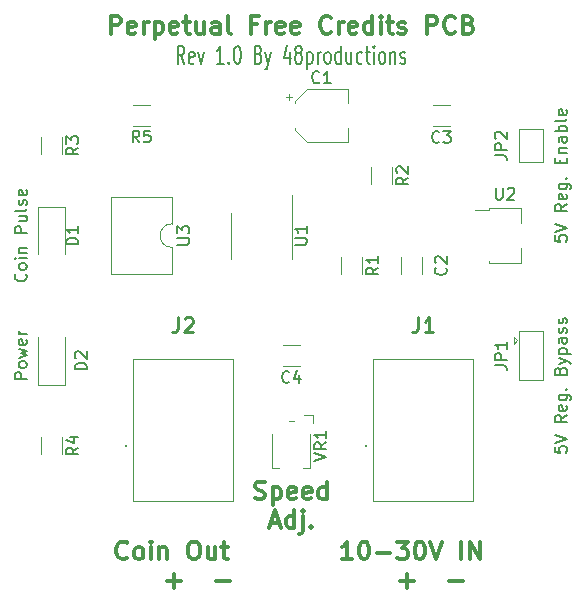
<source format=gto>
G04 #@! TF.GenerationSoftware,KiCad,Pcbnew,(6.0.6)*
G04 #@! TF.CreationDate,2023-01-14T11:23:39-07:00*
G04 #@! TF.ProjectId,PFCBoard,50464342-6f61-4726-942e-6b696361645f,rev?*
G04 #@! TF.SameCoordinates,Original*
G04 #@! TF.FileFunction,Legend,Top*
G04 #@! TF.FilePolarity,Positive*
%FSLAX46Y46*%
G04 Gerber Fmt 4.6, Leading zero omitted, Abs format (unit mm)*
G04 Created by KiCad (PCBNEW (6.0.6)) date 2023-01-14 11:23:39*
%MOMM*%
%LPD*%
G01*
G04 APERTURE LIST*
%ADD10C,0.203200*%
%ADD11C,0.300000*%
%ADD12C,0.150000*%
%ADD13C,0.254000*%
%ADD14C,0.120000*%
%ADD15C,0.100000*%
G04 APERTURE END LIST*
D10*
X176372371Y-87038571D02*
X176039038Y-86324285D01*
X175800942Y-87038571D02*
X175800942Y-85538571D01*
X176181895Y-85538571D01*
X176277133Y-85610000D01*
X176324752Y-85681428D01*
X176372371Y-85824285D01*
X176372371Y-86038571D01*
X176324752Y-86181428D01*
X176277133Y-86252857D01*
X176181895Y-86324285D01*
X175800942Y-86324285D01*
X177181896Y-86967142D02*
X177086658Y-87038571D01*
X176896181Y-87038571D01*
X176800943Y-86967142D01*
X176753324Y-86824285D01*
X176753324Y-86252857D01*
X176800943Y-86110000D01*
X176896181Y-86038571D01*
X177086658Y-86038571D01*
X177181896Y-86110000D01*
X177229515Y-86252857D01*
X177229515Y-86395714D01*
X176753324Y-86538571D01*
X177562849Y-86038571D02*
X177800944Y-87038571D01*
X178039040Y-86038571D01*
X179705708Y-87038571D02*
X179134279Y-87038571D01*
X179419994Y-87038571D02*
X179419994Y-85538571D01*
X179324755Y-85752857D01*
X179229517Y-85895714D01*
X179134279Y-85967142D01*
X180134280Y-86895714D02*
X180181899Y-86967142D01*
X180134280Y-87038571D01*
X180086661Y-86967142D01*
X180134280Y-86895714D01*
X180134280Y-87038571D01*
X180800947Y-85538571D02*
X180896185Y-85538571D01*
X180991424Y-85610000D01*
X181039043Y-85681428D01*
X181086662Y-85824285D01*
X181134281Y-86110000D01*
X181134281Y-86467142D01*
X181086662Y-86752857D01*
X181039043Y-86895714D01*
X180991424Y-86967142D01*
X180896185Y-87038571D01*
X180800947Y-87038571D01*
X180705709Y-86967142D01*
X180658090Y-86895714D01*
X180610471Y-86752857D01*
X180562852Y-86467142D01*
X180562852Y-86110000D01*
X180610471Y-85824285D01*
X180658090Y-85681428D01*
X180705709Y-85610000D01*
X180800947Y-85538571D01*
X182658092Y-86252857D02*
X182800949Y-86324285D01*
X182848568Y-86395714D01*
X182896187Y-86538571D01*
X182896187Y-86752857D01*
X182848568Y-86895714D01*
X182800949Y-86967142D01*
X182705711Y-87038571D01*
X182324758Y-87038571D01*
X182324758Y-85538571D01*
X182658092Y-85538571D01*
X182753330Y-85610000D01*
X182800949Y-85681428D01*
X182848568Y-85824285D01*
X182848568Y-85967142D01*
X182800949Y-86110000D01*
X182753330Y-86181428D01*
X182658092Y-86252857D01*
X182324758Y-86252857D01*
X183229521Y-86038571D02*
X183467617Y-87038571D01*
X183705712Y-86038571D02*
X183467617Y-87038571D01*
X183372378Y-87395714D01*
X183324759Y-87467142D01*
X183229521Y-87538571D01*
X185277142Y-86038571D02*
X185277142Y-87038571D01*
X185039047Y-85467142D02*
X184800951Y-86538571D01*
X185420000Y-86538571D01*
X185943810Y-86181428D02*
X185848571Y-86110000D01*
X185800952Y-86038571D01*
X185753333Y-85895714D01*
X185753333Y-85824285D01*
X185800952Y-85681428D01*
X185848571Y-85610000D01*
X185943810Y-85538571D01*
X186134286Y-85538571D01*
X186229524Y-85610000D01*
X186277143Y-85681428D01*
X186324762Y-85824285D01*
X186324762Y-85895714D01*
X186277143Y-86038571D01*
X186229524Y-86110000D01*
X186134286Y-86181428D01*
X185943810Y-86181428D01*
X185848571Y-86252857D01*
X185800952Y-86324285D01*
X185753333Y-86467142D01*
X185753333Y-86752857D01*
X185800952Y-86895714D01*
X185848571Y-86967142D01*
X185943810Y-87038571D01*
X186134286Y-87038571D01*
X186229524Y-86967142D01*
X186277143Y-86895714D01*
X186324762Y-86752857D01*
X186324762Y-86467142D01*
X186277143Y-86324285D01*
X186229524Y-86252857D01*
X186134286Y-86181428D01*
X186753334Y-86038571D02*
X186753334Y-87538571D01*
X186753334Y-86110000D02*
X186848572Y-86038571D01*
X187039049Y-86038571D01*
X187134287Y-86110000D01*
X187181906Y-86181428D01*
X187229525Y-86324285D01*
X187229525Y-86752857D01*
X187181906Y-86895714D01*
X187134287Y-86967142D01*
X187039049Y-87038571D01*
X186848572Y-87038571D01*
X186753334Y-86967142D01*
X187658097Y-87038571D02*
X187658097Y-86038571D01*
X187658097Y-86324285D02*
X187705716Y-86181428D01*
X187753335Y-86110000D01*
X187848573Y-86038571D01*
X187943812Y-86038571D01*
X188420003Y-87038571D02*
X188324764Y-86967142D01*
X188277145Y-86895714D01*
X188229526Y-86752857D01*
X188229526Y-86324285D01*
X188277145Y-86181428D01*
X188324764Y-86110000D01*
X188420003Y-86038571D01*
X188562860Y-86038571D01*
X188658098Y-86110000D01*
X188705717Y-86181428D01*
X188753336Y-86324285D01*
X188753336Y-86752857D01*
X188705717Y-86895714D01*
X188658098Y-86967142D01*
X188562860Y-87038571D01*
X188420003Y-87038571D01*
X189610480Y-87038571D02*
X189610480Y-85538571D01*
X189610480Y-86967142D02*
X189515242Y-87038571D01*
X189324765Y-87038571D01*
X189229527Y-86967142D01*
X189181908Y-86895714D01*
X189134289Y-86752857D01*
X189134289Y-86324285D01*
X189181908Y-86181428D01*
X189229527Y-86110000D01*
X189324765Y-86038571D01*
X189515242Y-86038571D01*
X189610480Y-86110000D01*
X190515243Y-86038571D02*
X190515243Y-87038571D01*
X190086671Y-86038571D02*
X190086671Y-86824285D01*
X190134290Y-86967142D01*
X190229528Y-87038571D01*
X190372385Y-87038571D01*
X190467624Y-86967142D01*
X190515243Y-86895714D01*
X191420006Y-86967142D02*
X191324767Y-87038571D01*
X191134291Y-87038571D01*
X191039053Y-86967142D01*
X190991434Y-86895714D01*
X190943815Y-86752857D01*
X190943815Y-86324285D01*
X190991434Y-86181428D01*
X191039053Y-86110000D01*
X191134291Y-86038571D01*
X191324767Y-86038571D01*
X191420006Y-86110000D01*
X191705720Y-86038571D02*
X192086673Y-86038571D01*
X191848577Y-85538571D02*
X191848577Y-86824285D01*
X191896196Y-86967142D01*
X191991435Y-87038571D01*
X192086673Y-87038571D01*
X192420007Y-87038571D02*
X192420007Y-86038571D01*
X192420007Y-85538571D02*
X192372387Y-85610000D01*
X192420007Y-85681428D01*
X192467626Y-85610000D01*
X192420007Y-85538571D01*
X192420007Y-85681428D01*
X193039055Y-87038571D02*
X192943817Y-86967142D01*
X192896197Y-86895714D01*
X192848578Y-86752857D01*
X192848578Y-86324285D01*
X192896197Y-86181428D01*
X192943817Y-86110000D01*
X193039055Y-86038571D01*
X193181912Y-86038571D01*
X193277150Y-86110000D01*
X193324769Y-86181428D01*
X193372388Y-86324285D01*
X193372388Y-86752857D01*
X193324769Y-86895714D01*
X193277150Y-86967142D01*
X193181912Y-87038571D01*
X193039055Y-87038571D01*
X193800960Y-86038571D02*
X193800960Y-87038571D01*
X193800960Y-86181428D02*
X193848579Y-86110000D01*
X193943818Y-86038571D01*
X194086675Y-86038571D01*
X194181913Y-86110000D01*
X194229532Y-86252857D01*
X194229532Y-87038571D01*
X194658104Y-86967142D02*
X194753342Y-87038571D01*
X194943819Y-87038571D01*
X195039057Y-86967142D01*
X195086676Y-86824285D01*
X195086676Y-86752857D01*
X195039057Y-86610000D01*
X194943819Y-86538571D01*
X194800961Y-86538571D01*
X194705723Y-86467142D01*
X194658104Y-86324285D01*
X194658104Y-86252857D01*
X194705723Y-86110000D01*
X194800961Y-86038571D01*
X194943819Y-86038571D01*
X195039057Y-86110000D01*
D11*
X190580000Y-129011071D02*
X189722857Y-129011071D01*
X190151428Y-129011071D02*
X190151428Y-127511071D01*
X190008571Y-127725357D01*
X189865714Y-127868214D01*
X189722857Y-127939642D01*
X191508571Y-127511071D02*
X191651428Y-127511071D01*
X191794285Y-127582500D01*
X191865714Y-127653928D01*
X191937142Y-127796785D01*
X192008571Y-128082500D01*
X192008571Y-128439642D01*
X191937142Y-128725357D01*
X191865714Y-128868214D01*
X191794285Y-128939642D01*
X191651428Y-129011071D01*
X191508571Y-129011071D01*
X191365714Y-128939642D01*
X191294285Y-128868214D01*
X191222857Y-128725357D01*
X191151428Y-128439642D01*
X191151428Y-128082500D01*
X191222857Y-127796785D01*
X191294285Y-127653928D01*
X191365714Y-127582500D01*
X191508571Y-127511071D01*
X192651428Y-128439642D02*
X193794285Y-128439642D01*
X194365714Y-127511071D02*
X195294285Y-127511071D01*
X194794285Y-128082500D01*
X195008571Y-128082500D01*
X195151428Y-128153928D01*
X195222857Y-128225357D01*
X195294285Y-128368214D01*
X195294285Y-128725357D01*
X195222857Y-128868214D01*
X195151428Y-128939642D01*
X195008571Y-129011071D01*
X194580000Y-129011071D01*
X194437142Y-128939642D01*
X194365714Y-128868214D01*
X196222857Y-127511071D02*
X196365714Y-127511071D01*
X196508571Y-127582500D01*
X196580000Y-127653928D01*
X196651428Y-127796785D01*
X196722857Y-128082500D01*
X196722857Y-128439642D01*
X196651428Y-128725357D01*
X196580000Y-128868214D01*
X196508571Y-128939642D01*
X196365714Y-129011071D01*
X196222857Y-129011071D01*
X196080000Y-128939642D01*
X196008571Y-128868214D01*
X195937142Y-128725357D01*
X195865714Y-128439642D01*
X195865714Y-128082500D01*
X195937142Y-127796785D01*
X196008571Y-127653928D01*
X196080000Y-127582500D01*
X196222857Y-127511071D01*
X197151428Y-127511071D02*
X197651428Y-129011071D01*
X198151428Y-127511071D01*
X199794285Y-129011071D02*
X199794285Y-127511071D01*
X200508571Y-129011071D02*
X200508571Y-127511071D01*
X201365714Y-129011071D01*
X201365714Y-127511071D01*
X194651428Y-130854642D02*
X195794285Y-130854642D01*
X195222857Y-131426071D02*
X195222857Y-130283214D01*
X198794285Y-130854642D02*
X199937142Y-130854642D01*
X170134285Y-84498571D02*
X170134285Y-82998571D01*
X170705714Y-82998571D01*
X170848571Y-83070000D01*
X170920000Y-83141428D01*
X170991428Y-83284285D01*
X170991428Y-83498571D01*
X170920000Y-83641428D01*
X170848571Y-83712857D01*
X170705714Y-83784285D01*
X170134285Y-83784285D01*
X172205714Y-84427142D02*
X172062857Y-84498571D01*
X171777142Y-84498571D01*
X171634285Y-84427142D01*
X171562857Y-84284285D01*
X171562857Y-83712857D01*
X171634285Y-83570000D01*
X171777142Y-83498571D01*
X172062857Y-83498571D01*
X172205714Y-83570000D01*
X172277142Y-83712857D01*
X172277142Y-83855714D01*
X171562857Y-83998571D01*
X172920000Y-84498571D02*
X172920000Y-83498571D01*
X172920000Y-83784285D02*
X172991428Y-83641428D01*
X173062857Y-83570000D01*
X173205714Y-83498571D01*
X173348571Y-83498571D01*
X173848571Y-83498571D02*
X173848571Y-84998571D01*
X173848571Y-83570000D02*
X173991428Y-83498571D01*
X174277142Y-83498571D01*
X174420000Y-83570000D01*
X174491428Y-83641428D01*
X174562857Y-83784285D01*
X174562857Y-84212857D01*
X174491428Y-84355714D01*
X174420000Y-84427142D01*
X174277142Y-84498571D01*
X173991428Y-84498571D01*
X173848571Y-84427142D01*
X175777142Y-84427142D02*
X175634285Y-84498571D01*
X175348571Y-84498571D01*
X175205714Y-84427142D01*
X175134285Y-84284285D01*
X175134285Y-83712857D01*
X175205714Y-83570000D01*
X175348571Y-83498571D01*
X175634285Y-83498571D01*
X175777142Y-83570000D01*
X175848571Y-83712857D01*
X175848571Y-83855714D01*
X175134285Y-83998571D01*
X176277142Y-83498571D02*
X176848571Y-83498571D01*
X176491428Y-82998571D02*
X176491428Y-84284285D01*
X176562857Y-84427142D01*
X176705714Y-84498571D01*
X176848571Y-84498571D01*
X177991428Y-83498571D02*
X177991428Y-84498571D01*
X177348571Y-83498571D02*
X177348571Y-84284285D01*
X177420000Y-84427142D01*
X177562857Y-84498571D01*
X177777142Y-84498571D01*
X177920000Y-84427142D01*
X177991428Y-84355714D01*
X179348571Y-84498571D02*
X179348571Y-83712857D01*
X179277142Y-83570000D01*
X179134285Y-83498571D01*
X178848571Y-83498571D01*
X178705714Y-83570000D01*
X179348571Y-84427142D02*
X179205714Y-84498571D01*
X178848571Y-84498571D01*
X178705714Y-84427142D01*
X178634285Y-84284285D01*
X178634285Y-84141428D01*
X178705714Y-83998571D01*
X178848571Y-83927142D01*
X179205714Y-83927142D01*
X179348571Y-83855714D01*
X180277142Y-84498571D02*
X180134285Y-84427142D01*
X180062857Y-84284285D01*
X180062857Y-82998571D01*
X182491428Y-83712857D02*
X181991428Y-83712857D01*
X181991428Y-84498571D02*
X181991428Y-82998571D01*
X182705714Y-82998571D01*
X183277142Y-84498571D02*
X183277142Y-83498571D01*
X183277142Y-83784285D02*
X183348571Y-83641428D01*
X183420000Y-83570000D01*
X183562857Y-83498571D01*
X183705714Y-83498571D01*
X184777142Y-84427142D02*
X184634285Y-84498571D01*
X184348571Y-84498571D01*
X184205714Y-84427142D01*
X184134285Y-84284285D01*
X184134285Y-83712857D01*
X184205714Y-83570000D01*
X184348571Y-83498571D01*
X184634285Y-83498571D01*
X184777142Y-83570000D01*
X184848571Y-83712857D01*
X184848571Y-83855714D01*
X184134285Y-83998571D01*
X186062857Y-84427142D02*
X185920000Y-84498571D01*
X185634285Y-84498571D01*
X185491428Y-84427142D01*
X185420000Y-84284285D01*
X185420000Y-83712857D01*
X185491428Y-83570000D01*
X185634285Y-83498571D01*
X185920000Y-83498571D01*
X186062857Y-83570000D01*
X186134285Y-83712857D01*
X186134285Y-83855714D01*
X185420000Y-83998571D01*
X188777142Y-84355714D02*
X188705714Y-84427142D01*
X188491428Y-84498571D01*
X188348571Y-84498571D01*
X188134285Y-84427142D01*
X187991428Y-84284285D01*
X187920000Y-84141428D01*
X187848571Y-83855714D01*
X187848571Y-83641428D01*
X187920000Y-83355714D01*
X187991428Y-83212857D01*
X188134285Y-83070000D01*
X188348571Y-82998571D01*
X188491428Y-82998571D01*
X188705714Y-83070000D01*
X188777142Y-83141428D01*
X189420000Y-84498571D02*
X189420000Y-83498571D01*
X189420000Y-83784285D02*
X189491428Y-83641428D01*
X189562857Y-83570000D01*
X189705714Y-83498571D01*
X189848571Y-83498571D01*
X190920000Y-84427142D02*
X190777142Y-84498571D01*
X190491428Y-84498571D01*
X190348571Y-84427142D01*
X190277142Y-84284285D01*
X190277142Y-83712857D01*
X190348571Y-83570000D01*
X190491428Y-83498571D01*
X190777142Y-83498571D01*
X190920000Y-83570000D01*
X190991428Y-83712857D01*
X190991428Y-83855714D01*
X190277142Y-83998571D01*
X192277142Y-84498571D02*
X192277142Y-82998571D01*
X192277142Y-84427142D02*
X192134285Y-84498571D01*
X191848571Y-84498571D01*
X191705714Y-84427142D01*
X191634285Y-84355714D01*
X191562857Y-84212857D01*
X191562857Y-83784285D01*
X191634285Y-83641428D01*
X191705714Y-83570000D01*
X191848571Y-83498571D01*
X192134285Y-83498571D01*
X192277142Y-83570000D01*
X192991428Y-84498571D02*
X192991428Y-83498571D01*
X192991428Y-82998571D02*
X192920000Y-83070000D01*
X192991428Y-83141428D01*
X193062857Y-83070000D01*
X192991428Y-82998571D01*
X192991428Y-83141428D01*
X193491428Y-83498571D02*
X194062857Y-83498571D01*
X193705714Y-82998571D02*
X193705714Y-84284285D01*
X193777142Y-84427142D01*
X193920000Y-84498571D01*
X194062857Y-84498571D01*
X194491428Y-84427142D02*
X194634285Y-84498571D01*
X194920000Y-84498571D01*
X195062857Y-84427142D01*
X195134285Y-84284285D01*
X195134285Y-84212857D01*
X195062857Y-84070000D01*
X194920000Y-83998571D01*
X194705714Y-83998571D01*
X194562857Y-83927142D01*
X194491428Y-83784285D01*
X194491428Y-83712857D01*
X194562857Y-83570000D01*
X194705714Y-83498571D01*
X194920000Y-83498571D01*
X195062857Y-83570000D01*
X196920000Y-84498571D02*
X196920000Y-82998571D01*
X197491428Y-82998571D01*
X197634285Y-83070000D01*
X197705714Y-83141428D01*
X197777142Y-83284285D01*
X197777142Y-83498571D01*
X197705714Y-83641428D01*
X197634285Y-83712857D01*
X197491428Y-83784285D01*
X196920000Y-83784285D01*
X199277142Y-84355714D02*
X199205714Y-84427142D01*
X198991428Y-84498571D01*
X198848571Y-84498571D01*
X198634285Y-84427142D01*
X198491428Y-84284285D01*
X198420000Y-84141428D01*
X198348571Y-83855714D01*
X198348571Y-83641428D01*
X198420000Y-83355714D01*
X198491428Y-83212857D01*
X198634285Y-83070000D01*
X198848571Y-82998571D01*
X198991428Y-82998571D01*
X199205714Y-83070000D01*
X199277142Y-83141428D01*
X200420000Y-83712857D02*
X200634285Y-83784285D01*
X200705714Y-83855714D01*
X200777142Y-83998571D01*
X200777142Y-84212857D01*
X200705714Y-84355714D01*
X200634285Y-84427142D01*
X200491428Y-84498571D01*
X199920000Y-84498571D01*
X199920000Y-82998571D01*
X200420000Y-82998571D01*
X200562857Y-83070000D01*
X200634285Y-83141428D01*
X200705714Y-83284285D01*
X200705714Y-83427142D01*
X200634285Y-83570000D01*
X200562857Y-83641428D01*
X200420000Y-83712857D01*
X199920000Y-83712857D01*
X182348571Y-123859642D02*
X182562857Y-123931071D01*
X182920000Y-123931071D01*
X183062857Y-123859642D01*
X183134285Y-123788214D01*
X183205714Y-123645357D01*
X183205714Y-123502500D01*
X183134285Y-123359642D01*
X183062857Y-123288214D01*
X182920000Y-123216785D01*
X182634285Y-123145357D01*
X182491428Y-123073928D01*
X182420000Y-123002500D01*
X182348571Y-122859642D01*
X182348571Y-122716785D01*
X182420000Y-122573928D01*
X182491428Y-122502500D01*
X182634285Y-122431071D01*
X182991428Y-122431071D01*
X183205714Y-122502500D01*
X183848571Y-122931071D02*
X183848571Y-124431071D01*
X183848571Y-123002500D02*
X183991428Y-122931071D01*
X184277142Y-122931071D01*
X184420000Y-123002500D01*
X184491428Y-123073928D01*
X184562857Y-123216785D01*
X184562857Y-123645357D01*
X184491428Y-123788214D01*
X184420000Y-123859642D01*
X184277142Y-123931071D01*
X183991428Y-123931071D01*
X183848571Y-123859642D01*
X185777142Y-123859642D02*
X185634285Y-123931071D01*
X185348571Y-123931071D01*
X185205714Y-123859642D01*
X185134285Y-123716785D01*
X185134285Y-123145357D01*
X185205714Y-123002500D01*
X185348571Y-122931071D01*
X185634285Y-122931071D01*
X185777142Y-123002500D01*
X185848571Y-123145357D01*
X185848571Y-123288214D01*
X185134285Y-123431071D01*
X187062857Y-123859642D02*
X186920000Y-123931071D01*
X186634285Y-123931071D01*
X186491428Y-123859642D01*
X186420000Y-123716785D01*
X186420000Y-123145357D01*
X186491428Y-123002500D01*
X186634285Y-122931071D01*
X186920000Y-122931071D01*
X187062857Y-123002500D01*
X187134285Y-123145357D01*
X187134285Y-123288214D01*
X186420000Y-123431071D01*
X188420000Y-123931071D02*
X188420000Y-122431071D01*
X188420000Y-123859642D02*
X188277142Y-123931071D01*
X187991428Y-123931071D01*
X187848571Y-123859642D01*
X187777142Y-123788214D01*
X187705714Y-123645357D01*
X187705714Y-123216785D01*
X187777142Y-123073928D01*
X187848571Y-123002500D01*
X187991428Y-122931071D01*
X188277142Y-122931071D01*
X188420000Y-123002500D01*
X183670000Y-125917500D02*
X184384285Y-125917500D01*
X183527142Y-126346071D02*
X184027142Y-124846071D01*
X184527142Y-126346071D01*
X185670000Y-126346071D02*
X185670000Y-124846071D01*
X185670000Y-126274642D02*
X185527142Y-126346071D01*
X185241428Y-126346071D01*
X185098571Y-126274642D01*
X185027142Y-126203214D01*
X184955714Y-126060357D01*
X184955714Y-125631785D01*
X185027142Y-125488928D01*
X185098571Y-125417500D01*
X185241428Y-125346071D01*
X185527142Y-125346071D01*
X185670000Y-125417500D01*
X186384285Y-125346071D02*
X186384285Y-126631785D01*
X186312857Y-126774642D01*
X186170000Y-126846071D01*
X186098571Y-126846071D01*
X186384285Y-124846071D02*
X186312857Y-124917500D01*
X186384285Y-124988928D01*
X186455714Y-124917500D01*
X186384285Y-124846071D01*
X186384285Y-124988928D01*
X187098571Y-126203214D02*
X187170000Y-126274642D01*
X187098571Y-126346071D01*
X187027142Y-126274642D01*
X187098571Y-126203214D01*
X187098571Y-126346071D01*
X171545714Y-128868214D02*
X171474285Y-128939642D01*
X171260000Y-129011071D01*
X171117142Y-129011071D01*
X170902857Y-128939642D01*
X170760000Y-128796785D01*
X170688571Y-128653928D01*
X170617142Y-128368214D01*
X170617142Y-128153928D01*
X170688571Y-127868214D01*
X170760000Y-127725357D01*
X170902857Y-127582500D01*
X171117142Y-127511071D01*
X171260000Y-127511071D01*
X171474285Y-127582500D01*
X171545714Y-127653928D01*
X172402857Y-129011071D02*
X172260000Y-128939642D01*
X172188571Y-128868214D01*
X172117142Y-128725357D01*
X172117142Y-128296785D01*
X172188571Y-128153928D01*
X172260000Y-128082500D01*
X172402857Y-128011071D01*
X172617142Y-128011071D01*
X172760000Y-128082500D01*
X172831428Y-128153928D01*
X172902857Y-128296785D01*
X172902857Y-128725357D01*
X172831428Y-128868214D01*
X172760000Y-128939642D01*
X172617142Y-129011071D01*
X172402857Y-129011071D01*
X173545714Y-129011071D02*
X173545714Y-128011071D01*
X173545714Y-127511071D02*
X173474285Y-127582500D01*
X173545714Y-127653928D01*
X173617142Y-127582500D01*
X173545714Y-127511071D01*
X173545714Y-127653928D01*
X174260000Y-128011071D02*
X174260000Y-129011071D01*
X174260000Y-128153928D02*
X174331428Y-128082500D01*
X174474285Y-128011071D01*
X174688571Y-128011071D01*
X174831428Y-128082500D01*
X174902857Y-128225357D01*
X174902857Y-129011071D01*
X177045714Y-127511071D02*
X177331428Y-127511071D01*
X177474285Y-127582500D01*
X177617142Y-127725357D01*
X177688571Y-128011071D01*
X177688571Y-128511071D01*
X177617142Y-128796785D01*
X177474285Y-128939642D01*
X177331428Y-129011071D01*
X177045714Y-129011071D01*
X176902857Y-128939642D01*
X176760000Y-128796785D01*
X176688571Y-128511071D01*
X176688571Y-128011071D01*
X176760000Y-127725357D01*
X176902857Y-127582500D01*
X177045714Y-127511071D01*
X178974285Y-128011071D02*
X178974285Y-129011071D01*
X178331428Y-128011071D02*
X178331428Y-128796785D01*
X178402857Y-128939642D01*
X178545714Y-129011071D01*
X178760000Y-129011071D01*
X178902857Y-128939642D01*
X178974285Y-128868214D01*
X179474285Y-128011071D02*
X180045714Y-128011071D01*
X179688571Y-127511071D02*
X179688571Y-128796785D01*
X179760000Y-128939642D01*
X179902857Y-129011071D01*
X180045714Y-129011071D01*
X174902857Y-130854642D02*
X176045714Y-130854642D01*
X175474285Y-131426071D02*
X175474285Y-130283214D01*
X179045714Y-130854642D02*
X180188571Y-130854642D01*
D12*
X202652380Y-112593333D02*
X203366666Y-112593333D01*
X203509523Y-112640952D01*
X203604761Y-112736190D01*
X203652380Y-112879047D01*
X203652380Y-112974285D01*
X203652380Y-112117142D02*
X202652380Y-112117142D01*
X202652380Y-111736190D01*
X202700000Y-111640952D01*
X202747619Y-111593333D01*
X202842857Y-111545714D01*
X202985714Y-111545714D01*
X203080952Y-111593333D01*
X203128571Y-111640952D01*
X203176190Y-111736190D01*
X203176190Y-112117142D01*
X203652380Y-110593333D02*
X203652380Y-111164761D01*
X203652380Y-110879047D02*
X202652380Y-110879047D01*
X202795238Y-110974285D01*
X202890476Y-111069523D01*
X202938095Y-111164761D01*
X207732380Y-119466666D02*
X207732380Y-119942857D01*
X208208571Y-119990476D01*
X208160952Y-119942857D01*
X208113333Y-119847619D01*
X208113333Y-119609523D01*
X208160952Y-119514285D01*
X208208571Y-119466666D01*
X208303809Y-119419047D01*
X208541904Y-119419047D01*
X208637142Y-119466666D01*
X208684761Y-119514285D01*
X208732380Y-119609523D01*
X208732380Y-119847619D01*
X208684761Y-119942857D01*
X208637142Y-119990476D01*
X207732380Y-119133333D02*
X208732380Y-118800000D01*
X207732380Y-118466666D01*
X208732380Y-116800000D02*
X208256190Y-117133333D01*
X208732380Y-117371428D02*
X207732380Y-117371428D01*
X207732380Y-116990476D01*
X207780000Y-116895238D01*
X207827619Y-116847619D01*
X207922857Y-116800000D01*
X208065714Y-116800000D01*
X208160952Y-116847619D01*
X208208571Y-116895238D01*
X208256190Y-116990476D01*
X208256190Y-117371428D01*
X208684761Y-115990476D02*
X208732380Y-116085714D01*
X208732380Y-116276190D01*
X208684761Y-116371428D01*
X208589523Y-116419047D01*
X208208571Y-116419047D01*
X208113333Y-116371428D01*
X208065714Y-116276190D01*
X208065714Y-116085714D01*
X208113333Y-115990476D01*
X208208571Y-115942857D01*
X208303809Y-115942857D01*
X208399047Y-116419047D01*
X208065714Y-115085714D02*
X208875238Y-115085714D01*
X208970476Y-115133333D01*
X209018095Y-115180952D01*
X209065714Y-115276190D01*
X209065714Y-115419047D01*
X209018095Y-115514285D01*
X208684761Y-115085714D02*
X208732380Y-115180952D01*
X208732380Y-115371428D01*
X208684761Y-115466666D01*
X208637142Y-115514285D01*
X208541904Y-115561904D01*
X208256190Y-115561904D01*
X208160952Y-115514285D01*
X208113333Y-115466666D01*
X208065714Y-115371428D01*
X208065714Y-115180952D01*
X208113333Y-115085714D01*
X208637142Y-114609523D02*
X208684761Y-114561904D01*
X208732380Y-114609523D01*
X208684761Y-114657142D01*
X208637142Y-114609523D01*
X208732380Y-114609523D01*
X208208571Y-113038095D02*
X208256190Y-112895238D01*
X208303809Y-112847619D01*
X208399047Y-112800000D01*
X208541904Y-112800000D01*
X208637142Y-112847619D01*
X208684761Y-112895238D01*
X208732380Y-112990476D01*
X208732380Y-113371428D01*
X207732380Y-113371428D01*
X207732380Y-113038095D01*
X207780000Y-112942857D01*
X207827619Y-112895238D01*
X207922857Y-112847619D01*
X208018095Y-112847619D01*
X208113333Y-112895238D01*
X208160952Y-112942857D01*
X208208571Y-113038095D01*
X208208571Y-113371428D01*
X208065714Y-112466666D02*
X208732380Y-112228571D01*
X208065714Y-111990476D02*
X208732380Y-112228571D01*
X208970476Y-112323809D01*
X209018095Y-112371428D01*
X209065714Y-112466666D01*
X208065714Y-111609523D02*
X209065714Y-111609523D01*
X208113333Y-111609523D02*
X208065714Y-111514285D01*
X208065714Y-111323809D01*
X208113333Y-111228571D01*
X208160952Y-111180952D01*
X208256190Y-111133333D01*
X208541904Y-111133333D01*
X208637142Y-111180952D01*
X208684761Y-111228571D01*
X208732380Y-111323809D01*
X208732380Y-111514285D01*
X208684761Y-111609523D01*
X208732380Y-110276190D02*
X208208571Y-110276190D01*
X208113333Y-110323809D01*
X208065714Y-110419047D01*
X208065714Y-110609523D01*
X208113333Y-110704761D01*
X208684761Y-110276190D02*
X208732380Y-110371428D01*
X208732380Y-110609523D01*
X208684761Y-110704761D01*
X208589523Y-110752380D01*
X208494285Y-110752380D01*
X208399047Y-110704761D01*
X208351428Y-110609523D01*
X208351428Y-110371428D01*
X208303809Y-110276190D01*
X208684761Y-109847619D02*
X208732380Y-109752380D01*
X208732380Y-109561904D01*
X208684761Y-109466666D01*
X208589523Y-109419047D01*
X208541904Y-109419047D01*
X208446666Y-109466666D01*
X208399047Y-109561904D01*
X208399047Y-109704761D01*
X208351428Y-109800000D01*
X208256190Y-109847619D01*
X208208571Y-109847619D01*
X208113333Y-109800000D01*
X208065714Y-109704761D01*
X208065714Y-109561904D01*
X208113333Y-109466666D01*
X208684761Y-109038095D02*
X208732380Y-108942857D01*
X208732380Y-108752380D01*
X208684761Y-108657142D01*
X208589523Y-108609523D01*
X208541904Y-108609523D01*
X208446666Y-108657142D01*
X208399047Y-108752380D01*
X208399047Y-108895238D01*
X208351428Y-108990476D01*
X208256190Y-109038095D01*
X208208571Y-109038095D01*
X208113333Y-108990476D01*
X208065714Y-108895238D01*
X208065714Y-108752380D01*
X208113333Y-108657142D01*
X197953333Y-93647142D02*
X197905714Y-93694761D01*
X197762857Y-93742380D01*
X197667619Y-93742380D01*
X197524761Y-93694761D01*
X197429523Y-93599523D01*
X197381904Y-93504285D01*
X197334285Y-93313809D01*
X197334285Y-93170952D01*
X197381904Y-92980476D01*
X197429523Y-92885238D01*
X197524761Y-92790000D01*
X197667619Y-92742380D01*
X197762857Y-92742380D01*
X197905714Y-92790000D01*
X197953333Y-92837619D01*
X198286666Y-92742380D02*
X198905714Y-92742380D01*
X198572380Y-93123333D01*
X198715238Y-93123333D01*
X198810476Y-93170952D01*
X198858095Y-93218571D01*
X198905714Y-93313809D01*
X198905714Y-93551904D01*
X198858095Y-93647142D01*
X198810476Y-93694761D01*
X198715238Y-93742380D01*
X198429523Y-93742380D01*
X198334285Y-93694761D01*
X198286666Y-93647142D01*
X167372380Y-119546666D02*
X166896190Y-119880000D01*
X167372380Y-120118095D02*
X166372380Y-120118095D01*
X166372380Y-119737142D01*
X166420000Y-119641904D01*
X166467619Y-119594285D01*
X166562857Y-119546666D01*
X166705714Y-119546666D01*
X166800952Y-119594285D01*
X166848571Y-119641904D01*
X166896190Y-119737142D01*
X166896190Y-120118095D01*
X166705714Y-118689523D02*
X167372380Y-118689523D01*
X166324761Y-118927619D02*
X167039047Y-119165714D01*
X167039047Y-118546666D01*
X167372380Y-94146666D02*
X166896190Y-94480000D01*
X167372380Y-94718095D02*
X166372380Y-94718095D01*
X166372380Y-94337142D01*
X166420000Y-94241904D01*
X166467619Y-94194285D01*
X166562857Y-94146666D01*
X166705714Y-94146666D01*
X166800952Y-94194285D01*
X166848571Y-94241904D01*
X166896190Y-94337142D01*
X166896190Y-94718095D01*
X166372380Y-93813333D02*
X166372380Y-93194285D01*
X166753333Y-93527619D01*
X166753333Y-93384761D01*
X166800952Y-93289523D01*
X166848571Y-93241904D01*
X166943809Y-93194285D01*
X167181904Y-93194285D01*
X167277142Y-93241904D01*
X167324761Y-93289523D01*
X167372380Y-93384761D01*
X167372380Y-93670476D01*
X167324761Y-93765714D01*
X167277142Y-93813333D01*
X198477142Y-104306666D02*
X198524761Y-104354285D01*
X198572380Y-104497142D01*
X198572380Y-104592380D01*
X198524761Y-104735238D01*
X198429523Y-104830476D01*
X198334285Y-104878095D01*
X198143809Y-104925714D01*
X198000952Y-104925714D01*
X197810476Y-104878095D01*
X197715238Y-104830476D01*
X197620000Y-104735238D01*
X197572380Y-104592380D01*
X197572380Y-104497142D01*
X197620000Y-104354285D01*
X197667619Y-104306666D01*
X197667619Y-103925714D02*
X197620000Y-103878095D01*
X197572380Y-103782857D01*
X197572380Y-103544761D01*
X197620000Y-103449523D01*
X197667619Y-103401904D01*
X197762857Y-103354285D01*
X197858095Y-103354285D01*
X198000952Y-103401904D01*
X198572380Y-103973333D01*
X198572380Y-103354285D01*
X187372380Y-120689523D02*
X188372380Y-120356190D01*
X187372380Y-120022857D01*
X188372380Y-119118095D02*
X187896190Y-119451428D01*
X188372380Y-119689523D02*
X187372380Y-119689523D01*
X187372380Y-119308571D01*
X187420000Y-119213333D01*
X187467619Y-119165714D01*
X187562857Y-119118095D01*
X187705714Y-119118095D01*
X187800952Y-119165714D01*
X187848571Y-119213333D01*
X187896190Y-119308571D01*
X187896190Y-119689523D01*
X188372380Y-118165714D02*
X188372380Y-118737142D01*
X188372380Y-118451428D02*
X187372380Y-118451428D01*
X187515238Y-118546666D01*
X187610476Y-118641904D01*
X187658095Y-118737142D01*
X187793333Y-88597142D02*
X187745714Y-88644761D01*
X187602857Y-88692380D01*
X187507619Y-88692380D01*
X187364761Y-88644761D01*
X187269523Y-88549523D01*
X187221904Y-88454285D01*
X187174285Y-88263809D01*
X187174285Y-88120952D01*
X187221904Y-87930476D01*
X187269523Y-87835238D01*
X187364761Y-87740000D01*
X187507619Y-87692380D01*
X187602857Y-87692380D01*
X187745714Y-87740000D01*
X187793333Y-87787619D01*
X188745714Y-88692380D02*
X188174285Y-88692380D01*
X188460000Y-88692380D02*
X188460000Y-87692380D01*
X188364761Y-87835238D01*
X188269523Y-87930476D01*
X188174285Y-87978095D01*
D13*
X196156666Y-108524523D02*
X196156666Y-109431666D01*
X196096190Y-109613095D01*
X195975238Y-109734047D01*
X195793809Y-109794523D01*
X195672857Y-109794523D01*
X197426666Y-109794523D02*
X196700952Y-109794523D01*
X197063809Y-109794523D02*
X197063809Y-108524523D01*
X196942857Y-108705952D01*
X196821904Y-108826904D01*
X196700952Y-108887380D01*
D12*
X175772380Y-102361904D02*
X176581904Y-102361904D01*
X176677142Y-102314285D01*
X176724761Y-102266666D01*
X176772380Y-102171428D01*
X176772380Y-101980952D01*
X176724761Y-101885714D01*
X176677142Y-101838095D01*
X176581904Y-101790476D01*
X175772380Y-101790476D01*
X175772380Y-101409523D02*
X175772380Y-100790476D01*
X176153333Y-101123809D01*
X176153333Y-100980952D01*
X176200952Y-100885714D01*
X176248571Y-100838095D01*
X176343809Y-100790476D01*
X176581904Y-100790476D01*
X176677142Y-100838095D01*
X176724761Y-100885714D01*
X176772380Y-100980952D01*
X176772380Y-101266666D01*
X176724761Y-101361904D01*
X176677142Y-101409523D01*
X195312380Y-96686666D02*
X194836190Y-97020000D01*
X195312380Y-97258095D02*
X194312380Y-97258095D01*
X194312380Y-96877142D01*
X194360000Y-96781904D01*
X194407619Y-96734285D01*
X194502857Y-96686666D01*
X194645714Y-96686666D01*
X194740952Y-96734285D01*
X194788571Y-96781904D01*
X194836190Y-96877142D01*
X194836190Y-97258095D01*
X194407619Y-96305714D02*
X194360000Y-96258095D01*
X194312380Y-96162857D01*
X194312380Y-95924761D01*
X194360000Y-95829523D01*
X194407619Y-95781904D01*
X194502857Y-95734285D01*
X194598095Y-95734285D01*
X194740952Y-95781904D01*
X195312380Y-96353333D01*
X195312380Y-95734285D01*
X172553333Y-93712380D02*
X172220000Y-93236190D01*
X171981904Y-93712380D02*
X171981904Y-92712380D01*
X172362857Y-92712380D01*
X172458095Y-92760000D01*
X172505714Y-92807619D01*
X172553333Y-92902857D01*
X172553333Y-93045714D01*
X172505714Y-93140952D01*
X172458095Y-93188571D01*
X172362857Y-93236190D01*
X171981904Y-93236190D01*
X173458095Y-92712380D02*
X172981904Y-92712380D01*
X172934285Y-93188571D01*
X172981904Y-93140952D01*
X173077142Y-93093333D01*
X173315238Y-93093333D01*
X173410476Y-93140952D01*
X173458095Y-93188571D01*
X173505714Y-93283809D01*
X173505714Y-93521904D01*
X173458095Y-93617142D01*
X173410476Y-93664761D01*
X173315238Y-93712380D01*
X173077142Y-93712380D01*
X172981904Y-93664761D01*
X172934285Y-93617142D01*
X167372380Y-102338095D02*
X166372380Y-102338095D01*
X166372380Y-102100000D01*
X166420000Y-101957142D01*
X166515238Y-101861904D01*
X166610476Y-101814285D01*
X166800952Y-101766666D01*
X166943809Y-101766666D01*
X167134285Y-101814285D01*
X167229523Y-101861904D01*
X167324761Y-101957142D01*
X167372380Y-102100000D01*
X167372380Y-102338095D01*
X167372380Y-100814285D02*
X167372380Y-101385714D01*
X167372380Y-101100000D02*
X166372380Y-101100000D01*
X166515238Y-101195238D01*
X166610476Y-101290476D01*
X166658095Y-101385714D01*
X162917142Y-104861904D02*
X162964761Y-104909523D01*
X163012380Y-105052380D01*
X163012380Y-105147619D01*
X162964761Y-105290476D01*
X162869523Y-105385714D01*
X162774285Y-105433333D01*
X162583809Y-105480952D01*
X162440952Y-105480952D01*
X162250476Y-105433333D01*
X162155238Y-105385714D01*
X162060000Y-105290476D01*
X162012380Y-105147619D01*
X162012380Y-105052380D01*
X162060000Y-104909523D01*
X162107619Y-104861904D01*
X163012380Y-104290476D02*
X162964761Y-104385714D01*
X162917142Y-104433333D01*
X162821904Y-104480952D01*
X162536190Y-104480952D01*
X162440952Y-104433333D01*
X162393333Y-104385714D01*
X162345714Y-104290476D01*
X162345714Y-104147619D01*
X162393333Y-104052380D01*
X162440952Y-104004761D01*
X162536190Y-103957142D01*
X162821904Y-103957142D01*
X162917142Y-104004761D01*
X162964761Y-104052380D01*
X163012380Y-104147619D01*
X163012380Y-104290476D01*
X163012380Y-103528571D02*
X162345714Y-103528571D01*
X162012380Y-103528571D02*
X162060000Y-103576190D01*
X162107619Y-103528571D01*
X162060000Y-103480952D01*
X162012380Y-103528571D01*
X162107619Y-103528571D01*
X162345714Y-103052380D02*
X163012380Y-103052380D01*
X162440952Y-103052380D02*
X162393333Y-103004761D01*
X162345714Y-102909523D01*
X162345714Y-102766666D01*
X162393333Y-102671428D01*
X162488571Y-102623809D01*
X163012380Y-102623809D01*
X163012380Y-101385714D02*
X162012380Y-101385714D01*
X162012380Y-101004761D01*
X162060000Y-100909523D01*
X162107619Y-100861904D01*
X162202857Y-100814285D01*
X162345714Y-100814285D01*
X162440952Y-100861904D01*
X162488571Y-100909523D01*
X162536190Y-101004761D01*
X162536190Y-101385714D01*
X162345714Y-99957142D02*
X163012380Y-99957142D01*
X162345714Y-100385714D02*
X162869523Y-100385714D01*
X162964761Y-100338095D01*
X163012380Y-100242857D01*
X163012380Y-100100000D01*
X162964761Y-100004761D01*
X162917142Y-99957142D01*
X163012380Y-99338095D02*
X162964761Y-99433333D01*
X162869523Y-99480952D01*
X162012380Y-99480952D01*
X162964761Y-99004761D02*
X163012380Y-98909523D01*
X163012380Y-98719047D01*
X162964761Y-98623809D01*
X162869523Y-98576190D01*
X162821904Y-98576190D01*
X162726666Y-98623809D01*
X162679047Y-98719047D01*
X162679047Y-98861904D01*
X162631428Y-98957142D01*
X162536190Y-99004761D01*
X162488571Y-99004761D01*
X162393333Y-98957142D01*
X162345714Y-98861904D01*
X162345714Y-98719047D01*
X162393333Y-98623809D01*
X162964761Y-97766666D02*
X163012380Y-97861904D01*
X163012380Y-98052380D01*
X162964761Y-98147619D01*
X162869523Y-98195238D01*
X162488571Y-98195238D01*
X162393333Y-98147619D01*
X162345714Y-98052380D01*
X162345714Y-97861904D01*
X162393333Y-97766666D01*
X162488571Y-97719047D01*
X162583809Y-97719047D01*
X162679047Y-98195238D01*
X168092380Y-112928095D02*
X167092380Y-112928095D01*
X167092380Y-112690000D01*
X167140000Y-112547142D01*
X167235238Y-112451904D01*
X167330476Y-112404285D01*
X167520952Y-112356666D01*
X167663809Y-112356666D01*
X167854285Y-112404285D01*
X167949523Y-112451904D01*
X168044761Y-112547142D01*
X168092380Y-112690000D01*
X168092380Y-112928095D01*
X167187619Y-111975714D02*
X167140000Y-111928095D01*
X167092380Y-111832857D01*
X167092380Y-111594761D01*
X167140000Y-111499523D01*
X167187619Y-111451904D01*
X167282857Y-111404285D01*
X167378095Y-111404285D01*
X167520952Y-111451904D01*
X168092380Y-112023333D01*
X168092380Y-111404285D01*
X163012380Y-113736190D02*
X162012380Y-113736190D01*
X162012380Y-113355238D01*
X162060000Y-113260000D01*
X162107619Y-113212380D01*
X162202857Y-113164761D01*
X162345714Y-113164761D01*
X162440952Y-113212380D01*
X162488571Y-113260000D01*
X162536190Y-113355238D01*
X162536190Y-113736190D01*
X163012380Y-112593333D02*
X162964761Y-112688571D01*
X162917142Y-112736190D01*
X162821904Y-112783809D01*
X162536190Y-112783809D01*
X162440952Y-112736190D01*
X162393333Y-112688571D01*
X162345714Y-112593333D01*
X162345714Y-112450476D01*
X162393333Y-112355238D01*
X162440952Y-112307619D01*
X162536190Y-112260000D01*
X162821904Y-112260000D01*
X162917142Y-112307619D01*
X162964761Y-112355238D01*
X163012380Y-112450476D01*
X163012380Y-112593333D01*
X162345714Y-111926666D02*
X163012380Y-111736190D01*
X162536190Y-111545714D01*
X163012380Y-111355238D01*
X162345714Y-111164761D01*
X162964761Y-110402857D02*
X163012380Y-110498095D01*
X163012380Y-110688571D01*
X162964761Y-110783809D01*
X162869523Y-110831428D01*
X162488571Y-110831428D01*
X162393333Y-110783809D01*
X162345714Y-110688571D01*
X162345714Y-110498095D01*
X162393333Y-110402857D01*
X162488571Y-110355238D01*
X162583809Y-110355238D01*
X162679047Y-110831428D01*
X163012380Y-109926666D02*
X162345714Y-109926666D01*
X162536190Y-109926666D02*
X162440952Y-109879047D01*
X162393333Y-109831428D01*
X162345714Y-109736190D01*
X162345714Y-109640952D01*
X192772380Y-104306666D02*
X192296190Y-104640000D01*
X192772380Y-104878095D02*
X191772380Y-104878095D01*
X191772380Y-104497142D01*
X191820000Y-104401904D01*
X191867619Y-104354285D01*
X191962857Y-104306666D01*
X192105714Y-104306666D01*
X192200952Y-104354285D01*
X192248571Y-104401904D01*
X192296190Y-104497142D01*
X192296190Y-104878095D01*
X192772380Y-103354285D02*
X192772380Y-103925714D01*
X192772380Y-103640000D02*
X191772380Y-103640000D01*
X191915238Y-103735238D01*
X192010476Y-103830476D01*
X192058095Y-103925714D01*
D13*
X175836666Y-108524523D02*
X175836666Y-109431666D01*
X175776190Y-109613095D01*
X175655238Y-109734047D01*
X175473809Y-109794523D01*
X175352857Y-109794523D01*
X176380952Y-108645476D02*
X176441428Y-108585000D01*
X176562380Y-108524523D01*
X176864761Y-108524523D01*
X176985714Y-108585000D01*
X177046190Y-108645476D01*
X177106666Y-108766428D01*
X177106666Y-108887380D01*
X177046190Y-109068809D01*
X176320476Y-109794523D01*
X177106666Y-109794523D01*
D12*
X185732380Y-102361904D02*
X186541904Y-102361904D01*
X186637142Y-102314285D01*
X186684761Y-102266666D01*
X186732380Y-102171428D01*
X186732380Y-101980952D01*
X186684761Y-101885714D01*
X186637142Y-101838095D01*
X186541904Y-101790476D01*
X185732380Y-101790476D01*
X186732380Y-100790476D02*
X186732380Y-101361904D01*
X186732380Y-101076190D02*
X185732380Y-101076190D01*
X185875238Y-101171428D01*
X185970476Y-101266666D01*
X186018095Y-101361904D01*
X202652380Y-94813333D02*
X203366666Y-94813333D01*
X203509523Y-94860952D01*
X203604761Y-94956190D01*
X203652380Y-95099047D01*
X203652380Y-95194285D01*
X203652380Y-94337142D02*
X202652380Y-94337142D01*
X202652380Y-93956190D01*
X202700000Y-93860952D01*
X202747619Y-93813333D01*
X202842857Y-93765714D01*
X202985714Y-93765714D01*
X203080952Y-93813333D01*
X203128571Y-93860952D01*
X203176190Y-93956190D01*
X203176190Y-94337142D01*
X202747619Y-93384761D02*
X202700000Y-93337142D01*
X202652380Y-93241904D01*
X202652380Y-93003809D01*
X202700000Y-92908571D01*
X202747619Y-92860952D01*
X202842857Y-92813333D01*
X202938095Y-92813333D01*
X203080952Y-92860952D01*
X203652380Y-93432380D01*
X203652380Y-92813333D01*
X207732380Y-101591428D02*
X207732380Y-102067619D01*
X208208571Y-102115238D01*
X208160952Y-102067619D01*
X208113333Y-101972380D01*
X208113333Y-101734285D01*
X208160952Y-101639047D01*
X208208571Y-101591428D01*
X208303809Y-101543809D01*
X208541904Y-101543809D01*
X208637142Y-101591428D01*
X208684761Y-101639047D01*
X208732380Y-101734285D01*
X208732380Y-101972380D01*
X208684761Y-102067619D01*
X208637142Y-102115238D01*
X207732380Y-101258095D02*
X208732380Y-100924761D01*
X207732380Y-100591428D01*
X208732380Y-98924761D02*
X208256190Y-99258095D01*
X208732380Y-99496190D02*
X207732380Y-99496190D01*
X207732380Y-99115238D01*
X207780000Y-99020000D01*
X207827619Y-98972380D01*
X207922857Y-98924761D01*
X208065714Y-98924761D01*
X208160952Y-98972380D01*
X208208571Y-99020000D01*
X208256190Y-99115238D01*
X208256190Y-99496190D01*
X208684761Y-98115238D02*
X208732380Y-98210476D01*
X208732380Y-98400952D01*
X208684761Y-98496190D01*
X208589523Y-98543809D01*
X208208571Y-98543809D01*
X208113333Y-98496190D01*
X208065714Y-98400952D01*
X208065714Y-98210476D01*
X208113333Y-98115238D01*
X208208571Y-98067619D01*
X208303809Y-98067619D01*
X208399047Y-98543809D01*
X208065714Y-97210476D02*
X208875238Y-97210476D01*
X208970476Y-97258095D01*
X209018095Y-97305714D01*
X209065714Y-97400952D01*
X209065714Y-97543809D01*
X209018095Y-97639047D01*
X208684761Y-97210476D02*
X208732380Y-97305714D01*
X208732380Y-97496190D01*
X208684761Y-97591428D01*
X208637142Y-97639047D01*
X208541904Y-97686666D01*
X208256190Y-97686666D01*
X208160952Y-97639047D01*
X208113333Y-97591428D01*
X208065714Y-97496190D01*
X208065714Y-97305714D01*
X208113333Y-97210476D01*
X208637142Y-96734285D02*
X208684761Y-96686666D01*
X208732380Y-96734285D01*
X208684761Y-96781904D01*
X208637142Y-96734285D01*
X208732380Y-96734285D01*
X208208571Y-95496190D02*
X208208571Y-95162857D01*
X208732380Y-95020000D02*
X208732380Y-95496190D01*
X207732380Y-95496190D01*
X207732380Y-95020000D01*
X208065714Y-94591428D02*
X208732380Y-94591428D01*
X208160952Y-94591428D02*
X208113333Y-94543809D01*
X208065714Y-94448571D01*
X208065714Y-94305714D01*
X208113333Y-94210476D01*
X208208571Y-94162857D01*
X208732380Y-94162857D01*
X208732380Y-93258095D02*
X208208571Y-93258095D01*
X208113333Y-93305714D01*
X208065714Y-93400952D01*
X208065714Y-93591428D01*
X208113333Y-93686666D01*
X208684761Y-93258095D02*
X208732380Y-93353333D01*
X208732380Y-93591428D01*
X208684761Y-93686666D01*
X208589523Y-93734285D01*
X208494285Y-93734285D01*
X208399047Y-93686666D01*
X208351428Y-93591428D01*
X208351428Y-93353333D01*
X208303809Y-93258095D01*
X208732380Y-92781904D02*
X207732380Y-92781904D01*
X208113333Y-92781904D02*
X208065714Y-92686666D01*
X208065714Y-92496190D01*
X208113333Y-92400952D01*
X208160952Y-92353333D01*
X208256190Y-92305714D01*
X208541904Y-92305714D01*
X208637142Y-92353333D01*
X208684761Y-92400952D01*
X208732380Y-92496190D01*
X208732380Y-92686666D01*
X208684761Y-92781904D01*
X208732380Y-91734285D02*
X208684761Y-91829523D01*
X208589523Y-91877142D01*
X207732380Y-91877142D01*
X208684761Y-90972380D02*
X208732380Y-91067619D01*
X208732380Y-91258095D01*
X208684761Y-91353333D01*
X208589523Y-91400952D01*
X208208571Y-91400952D01*
X208113333Y-91353333D01*
X208065714Y-91258095D01*
X208065714Y-91067619D01*
X208113333Y-90972380D01*
X208208571Y-90924761D01*
X208303809Y-90924761D01*
X208399047Y-91400952D01*
X185253333Y-113967142D02*
X185205714Y-114014761D01*
X185062857Y-114062380D01*
X184967619Y-114062380D01*
X184824761Y-114014761D01*
X184729523Y-113919523D01*
X184681904Y-113824285D01*
X184634285Y-113633809D01*
X184634285Y-113490952D01*
X184681904Y-113300476D01*
X184729523Y-113205238D01*
X184824761Y-113110000D01*
X184967619Y-113062380D01*
X185062857Y-113062380D01*
X185205714Y-113110000D01*
X185253333Y-113157619D01*
X186110476Y-113395714D02*
X186110476Y-114062380D01*
X185872380Y-113014761D02*
X185634285Y-113729047D01*
X186253333Y-113729047D01*
X202738095Y-97552380D02*
X202738095Y-98361904D01*
X202785714Y-98457142D01*
X202833333Y-98504761D01*
X202928571Y-98552380D01*
X203119047Y-98552380D01*
X203214285Y-98504761D01*
X203261904Y-98457142D01*
X203309523Y-98361904D01*
X203309523Y-97552380D01*
X203738095Y-97647619D02*
X203785714Y-97600000D01*
X203880952Y-97552380D01*
X204119047Y-97552380D01*
X204214285Y-97600000D01*
X204261904Y-97647619D01*
X204309523Y-97742857D01*
X204309523Y-97838095D01*
X204261904Y-97980952D01*
X203690476Y-98552380D01*
X204309523Y-98552380D01*
D14*
X206740000Y-113810000D02*
X204740000Y-113810000D01*
X206740000Y-109710000D02*
X206740000Y-113810000D01*
X204540000Y-110460000D02*
X204240000Y-110760000D01*
X204740000Y-113810000D02*
X204740000Y-109710000D01*
X204740000Y-109710000D02*
X206740000Y-109710000D01*
X204240000Y-110160000D02*
X204240000Y-110760000D01*
X204540000Y-110460000D02*
X204240000Y-110160000D01*
X198831252Y-92350000D02*
X197408748Y-92350000D01*
X198831252Y-90530000D02*
X197408748Y-90530000D01*
X166010000Y-118652936D02*
X166010000Y-120107064D01*
X164190000Y-118652936D02*
X164190000Y-120107064D01*
X164190000Y-93252936D02*
X164190000Y-94707064D01*
X166010000Y-93252936D02*
X166010000Y-94707064D01*
X196490000Y-104851252D02*
X196490000Y-103428748D01*
X194670000Y-104851252D02*
X194670000Y-103428748D01*
X183820000Y-118380000D02*
X183820000Y-121280000D01*
X187220000Y-117480000D02*
X187220000Y-116780000D01*
X183820000Y-121280000D02*
X184420000Y-121280000D01*
X187020000Y-121280000D02*
X186420000Y-121280000D01*
X187220000Y-116780000D02*
X186520000Y-116780000D01*
X185620000Y-117280000D02*
X185220000Y-117280000D01*
X187020000Y-118380000D02*
X187020000Y-121280000D01*
X185700000Y-90244437D02*
X186764437Y-89180000D01*
X185210000Y-89630000D02*
X185210000Y-90130000D01*
X185700000Y-92635563D02*
X185700000Y-92500000D01*
X185700000Y-90244437D02*
X185700000Y-90380000D01*
X184960000Y-89880000D02*
X185460000Y-89880000D01*
X185700000Y-92635563D02*
X186764437Y-93700000D01*
X186764437Y-89180000D02*
X190220000Y-89180000D01*
X186764437Y-93700000D02*
X190220000Y-93700000D01*
X190220000Y-89180000D02*
X190220000Y-90380000D01*
X190220000Y-93700000D02*
X190220000Y-92500000D01*
D15*
X192330000Y-112080000D02*
X200830000Y-112080000D01*
X200830000Y-124080000D02*
X192330000Y-124080000D01*
X200830000Y-112080000D02*
X200830000Y-124080000D01*
X191680000Y-119380000D02*
X191680000Y-119380000D01*
X191780000Y-119380000D02*
X191780000Y-119380000D01*
X192330000Y-124080000D02*
X192330000Y-112080000D01*
X191680000Y-119380000D02*
G75*
G03*
X191780000Y-119380000I50000J0D01*
G01*
X191780000Y-119380000D02*
G75*
G03*
X191680000Y-119380000I-50000J0D01*
G01*
D14*
X175320000Y-98365000D02*
X170120000Y-98365000D01*
X175320000Y-100600000D02*
X175320000Y-98365000D01*
X175320000Y-104835000D02*
X175320000Y-102600000D01*
X170120000Y-104835000D02*
X175320000Y-104835000D01*
X170120000Y-98365000D02*
X170120000Y-104835000D01*
X175320000Y-100600000D02*
G75*
G03*
X175320000Y-102600000I0J-1000000D01*
G01*
X193950000Y-95792936D02*
X193950000Y-97247064D01*
X192130000Y-95792936D02*
X192130000Y-97247064D01*
X173447064Y-92350000D02*
X171992936Y-92350000D01*
X173447064Y-90530000D02*
X171992936Y-90530000D01*
X166235000Y-103200000D02*
X166235000Y-99140000D01*
X166235000Y-99140000D02*
X163965000Y-99140000D01*
X163965000Y-99140000D02*
X163965000Y-103200000D01*
X163965000Y-110160000D02*
X163965000Y-114220000D01*
X163965000Y-114220000D02*
X166235000Y-114220000D01*
X166235000Y-114220000D02*
X166235000Y-110160000D01*
X189590000Y-103412936D02*
X189590000Y-104867064D01*
X191410000Y-103412936D02*
X191410000Y-104867064D01*
D15*
X180510000Y-112080000D02*
X180510000Y-124080000D01*
X172010000Y-112080000D02*
X180510000Y-112080000D01*
X172010000Y-124080000D02*
X172010000Y-112080000D01*
X171360000Y-119380000D02*
X171360000Y-119380000D01*
X171460000Y-119380000D02*
X171460000Y-119380000D01*
X180510000Y-124080000D02*
X172010000Y-124080000D01*
X171460000Y-119380000D02*
G75*
G03*
X171360000Y-119380000I-50000J0D01*
G01*
X171360000Y-119380000D02*
G75*
G03*
X171460000Y-119380000I50000J0D01*
G01*
D14*
X185440000Y-101600000D02*
X185440000Y-98150000D01*
X185440000Y-101600000D02*
X185440000Y-103550000D01*
X180320000Y-101600000D02*
X180320000Y-103550000D01*
X180320000Y-101600000D02*
X180320000Y-99650000D01*
X204740000Y-92580000D02*
X206740000Y-92580000D01*
X206740000Y-92580000D02*
X206740000Y-95380000D01*
X206740000Y-95380000D02*
X204740000Y-95380000D01*
X204740000Y-95380000D02*
X204740000Y-92580000D01*
X186131252Y-110850000D02*
X184708748Y-110850000D01*
X186131252Y-112670000D02*
X184708748Y-112670000D01*
X202140000Y-99240000D02*
X204860000Y-99240000D01*
X202140000Y-99240000D02*
X202140000Y-99470000D01*
X201000000Y-99470000D02*
X202140000Y-99470000D01*
X204860000Y-103960000D02*
X202140000Y-103960000D01*
X204860000Y-99240000D02*
X204860000Y-100550000D01*
X202140000Y-103960000D02*
X202140000Y-103730000D01*
X204860000Y-102650000D02*
X204860000Y-103960000D01*
M02*

</source>
